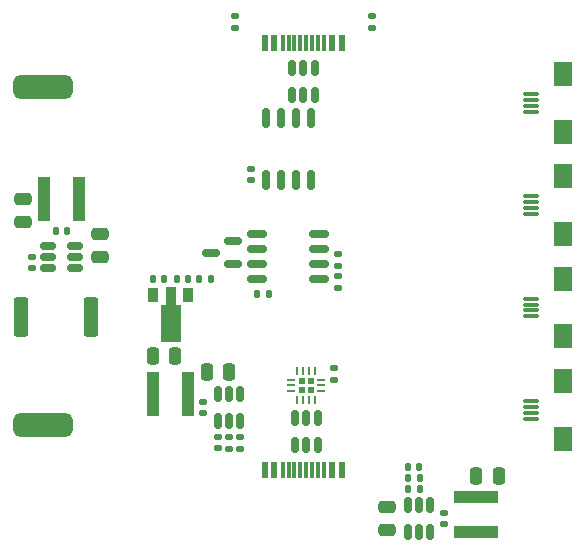
<source format=gtp>
G04 #@! TF.GenerationSoftware,KiCad,Pcbnew,7.0.10*
G04 #@! TF.CreationDate,2024-01-03T21:58:01+01:00*
G04 #@! TF.ProjectId,fosmometer,666f736d-6f6d-4657-9465-722e6b696361,rev?*
G04 #@! TF.SameCoordinates,Original*
G04 #@! TF.FileFunction,Paste,Top*
G04 #@! TF.FilePolarity,Positive*
%FSLAX46Y46*%
G04 Gerber Fmt 4.6, Leading zero omitted, Abs format (unit mm)*
G04 Created by KiCad (PCBNEW 7.0.10) date 2024-01-03 21:58:01*
%MOMM*%
%LPD*%
G01*
G04 APERTURE LIST*
G04 Aperture macros list*
%AMRoundRect*
0 Rectangle with rounded corners*
0 $1 Rounding radius*
0 $2 $3 $4 $5 $6 $7 $8 $9 X,Y pos of 4 corners*
0 Add a 4 corners polygon primitive as box body*
4,1,4,$2,$3,$4,$5,$6,$7,$8,$9,$2,$3,0*
0 Add four circle primitives for the rounded corners*
1,1,$1+$1,$2,$3*
1,1,$1+$1,$4,$5*
1,1,$1+$1,$6,$7*
1,1,$1+$1,$8,$9*
0 Add four rect primitives between the rounded corners*
20,1,$1+$1,$2,$3,$4,$5,0*
20,1,$1+$1,$4,$5,$6,$7,0*
20,1,$1+$1,$6,$7,$8,$9,0*
20,1,$1+$1,$8,$9,$2,$3,0*%
%AMFreePoly0*
4,1,9,3.862500,-0.866500,0.737500,-0.866500,0.737500,-0.450000,-0.737500,-0.450000,-0.737500,0.450000,0.737500,0.450000,0.737500,0.866500,3.862500,0.866500,3.862500,-0.866500,3.862500,-0.866500,$1*%
G04 Aperture macros list end*
%ADD10RoundRect,0.150000X0.587500X0.150000X-0.587500X0.150000X-0.587500X-0.150000X0.587500X-0.150000X0*%
%ADD11RoundRect,0.075000X0.575000X-0.075000X0.575000X0.075000X-0.575000X0.075000X-0.575000X-0.075000X0*%
%ADD12R,1.600000X2.000000*%
%ADD13RoundRect,0.145000X0.145000X0.145000X-0.145000X0.145000X-0.145000X-0.145000X0.145000X-0.145000X0*%
%ADD14RoundRect,0.062500X0.275000X0.062500X-0.275000X0.062500X-0.275000X-0.062500X0.275000X-0.062500X0*%
%ADD15RoundRect,0.062500X0.062500X0.275000X-0.062500X0.275000X-0.062500X-0.275000X0.062500X-0.275000X0*%
%ADD16RoundRect,0.140000X0.170000X-0.140000X0.170000X0.140000X-0.170000X0.140000X-0.170000X-0.140000X0*%
%ADD17RoundRect,0.135000X-0.135000X-0.185000X0.135000X-0.185000X0.135000X0.185000X-0.135000X0.185000X0*%
%ADD18RoundRect,0.250000X-0.250000X-0.475000X0.250000X-0.475000X0.250000X0.475000X-0.250000X0.475000X0*%
%ADD19R,0.600000X1.450000*%
%ADD20R,0.300000X1.450000*%
%ADD21RoundRect,0.135000X-0.185000X0.135000X-0.185000X-0.135000X0.185000X-0.135000X0.185000X0.135000X0*%
%ADD22RoundRect,0.250000X0.250000X0.475000X-0.250000X0.475000X-0.250000X-0.475000X0.250000X-0.475000X0*%
%ADD23R,3.700000X1.100000*%
%ADD24RoundRect,0.150000X0.150000X-0.512500X0.150000X0.512500X-0.150000X0.512500X-0.150000X-0.512500X0*%
%ADD25RoundRect,0.140000X-0.140000X-0.170000X0.140000X-0.170000X0.140000X0.170000X-0.140000X0.170000X0*%
%ADD26R,0.900000X1.300000*%
%ADD27FreePoly0,270.000000*%
%ADD28RoundRect,0.250000X0.475000X-0.250000X0.475000X0.250000X-0.475000X0.250000X-0.475000X-0.250000X0*%
%ADD29RoundRect,0.140000X0.140000X0.170000X-0.140000X0.170000X-0.140000X-0.170000X0.140000X-0.170000X0*%
%ADD30R,1.100000X3.700000*%
%ADD31RoundRect,0.150000X-0.150000X0.675000X-0.150000X-0.675000X0.150000X-0.675000X0.150000X0.675000X0*%
%ADD32RoundRect,0.150000X-0.512500X-0.150000X0.512500X-0.150000X0.512500X0.150000X-0.512500X0.150000X0*%
%ADD33RoundRect,0.250000X-0.475000X0.250000X-0.475000X-0.250000X0.475000X-0.250000X0.475000X0.250000X0*%
%ADD34RoundRect,0.150000X-0.675000X-0.150000X0.675000X-0.150000X0.675000X0.150000X-0.675000X0.150000X0*%
%ADD35RoundRect,0.140000X-0.170000X0.140000X-0.170000X-0.140000X0.170000X-0.140000X0.170000X0.140000X0*%
%ADD36RoundRect,0.135000X0.185000X-0.135000X0.185000X0.135000X-0.185000X0.135000X-0.185000X-0.135000X0*%
%ADD37RoundRect,0.150000X-0.150000X0.512500X-0.150000X-0.512500X0.150000X-0.512500X0.150000X0.512500X0*%
%ADD38RoundRect,0.250000X-0.362500X-1.425000X0.362500X-1.425000X0.362500X1.425000X-0.362500X1.425000X0*%
%ADD39RoundRect,0.135000X0.135000X0.185000X-0.135000X0.185000X-0.135000X-0.185000X0.135000X-0.185000X0*%
%ADD40RoundRect,0.500000X2.000000X-0.500000X2.000000X0.500000X-2.000000X0.500000X-2.000000X-0.500000X0*%
G04 APERTURE END LIST*
D10*
X119047500Y-150635000D03*
X119047500Y-148735000D03*
X117172500Y-149685000D03*
D11*
X144300000Y-146420000D03*
X144300000Y-145920000D03*
X144300000Y-145420000D03*
X144300000Y-144920000D03*
D12*
X146980000Y-148120000D03*
X146980000Y-143220000D03*
D11*
X144300000Y-155080000D03*
X144300000Y-154580000D03*
X144300000Y-154080000D03*
X144300000Y-153580000D03*
D12*
X146980000Y-156780000D03*
X146980000Y-151880000D03*
D11*
X144300000Y-137760000D03*
X144300000Y-137260000D03*
X144300000Y-136760000D03*
X144300000Y-136260000D03*
D12*
X146980000Y-139460000D03*
X146980000Y-134560000D03*
D11*
X144300000Y-163740000D03*
X144300000Y-163240000D03*
X144300000Y-162740000D03*
X144300000Y-162240000D03*
D12*
X146980000Y-165440000D03*
X146980000Y-160540000D03*
D13*
X125610000Y-161290000D03*
X125610000Y-160570000D03*
X124890000Y-161290000D03*
X124890000Y-160570000D03*
D14*
X126512500Y-161430000D03*
X126512500Y-160930000D03*
X126512500Y-160430000D03*
D15*
X126000000Y-159667500D03*
X125500000Y-159667500D03*
X125000000Y-159667500D03*
X124500000Y-159667500D03*
D14*
X123987500Y-160430000D03*
X123987500Y-160930000D03*
X123987500Y-161430000D03*
D15*
X124500000Y-162192500D03*
X125000000Y-162192500D03*
X125500000Y-162192500D03*
X126000000Y-162192500D03*
D16*
X116530000Y-162322500D03*
X116530000Y-163282500D03*
D17*
X116152500Y-151885000D03*
X117172500Y-151885000D03*
D18*
X141550000Y-168557500D03*
X139650000Y-168557500D03*
D19*
X121750000Y-168105000D03*
X122550000Y-168105000D03*
D20*
X123750000Y-168105000D03*
X124750000Y-168105000D03*
X125250000Y-168105000D03*
X126250000Y-168105000D03*
D19*
X127450000Y-168105000D03*
X128250000Y-168105000D03*
X128250000Y-168105000D03*
X127450000Y-168105000D03*
D20*
X126750000Y-168105000D03*
X125750000Y-168105000D03*
X124250000Y-168105000D03*
X123250000Y-168105000D03*
D19*
X122550000Y-168105000D03*
X121750000Y-168105000D03*
D21*
X127900000Y-149830000D03*
X127900000Y-150850000D03*
D22*
X116820000Y-159772500D03*
X118720000Y-159772500D03*
D21*
X119640000Y-166292500D03*
X119640000Y-165272500D03*
D23*
X139650000Y-170337500D03*
X139650000Y-173337500D03*
D16*
X117770000Y-166262500D03*
X117770000Y-165302500D03*
D19*
X128250000Y-131895000D03*
X127450000Y-131895000D03*
D20*
X126250000Y-131895000D03*
X125250000Y-131895000D03*
X124750000Y-131895000D03*
X123750000Y-131895000D03*
D19*
X122550000Y-131895000D03*
X121750000Y-131895000D03*
X121750000Y-131895000D03*
X122550000Y-131895000D03*
D20*
X123250000Y-131895000D03*
X124250000Y-131895000D03*
X125750000Y-131895000D03*
X126750000Y-131895000D03*
D19*
X127450000Y-131895000D03*
X128250000Y-131895000D03*
D24*
X124300000Y-165967500D03*
X125250000Y-165967500D03*
X126200000Y-165967500D03*
X126200000Y-163692500D03*
X125250000Y-163692500D03*
X124300000Y-163692500D03*
D25*
X104985000Y-147877500D03*
X104025000Y-147877500D03*
D26*
X112270000Y-153255000D03*
D27*
X113770000Y-153342500D03*
D26*
X115270000Y-153255000D03*
D28*
X107785000Y-150037500D03*
X107785000Y-148137500D03*
D21*
X119210000Y-129630000D03*
X119210000Y-130650000D03*
D29*
X114310000Y-151895000D03*
X115270000Y-151895000D03*
D30*
X103005000Y-145167500D03*
X106005000Y-145167500D03*
D31*
X125635000Y-138295000D03*
X124365000Y-138295000D03*
X123095000Y-138295000D03*
X121825000Y-138295000D03*
X121825000Y-143545000D03*
X123095000Y-143545000D03*
X124365000Y-143545000D03*
X125635000Y-143545000D03*
D32*
X105642500Y-149087500D03*
X105642500Y-150037500D03*
X105642500Y-150987500D03*
X103367500Y-150987500D03*
X103367500Y-150037500D03*
X103367500Y-149087500D03*
D33*
X101225000Y-145167500D03*
X101225000Y-147067500D03*
D34*
X121105000Y-148095000D03*
X121105000Y-149365000D03*
X121105000Y-150635000D03*
X121105000Y-151905000D03*
X126355000Y-151905000D03*
X126355000Y-150635000D03*
X126355000Y-149365000D03*
X126355000Y-148095000D03*
D35*
X136940000Y-171720000D03*
X136940000Y-172680000D03*
D36*
X118700000Y-165272500D03*
X118700000Y-166292500D03*
D16*
X127560000Y-160430000D03*
X127560000Y-159470000D03*
D18*
X114170000Y-158435000D03*
X112270000Y-158435000D03*
D37*
X135730000Y-173337500D03*
X134780000Y-173337500D03*
X133830000Y-173337500D03*
X133830000Y-171062500D03*
X134780000Y-171062500D03*
X135730000Y-171062500D03*
D38*
X107037500Y-155125000D03*
X101112500Y-155125000D03*
D25*
X112270000Y-151895000D03*
X113230000Y-151895000D03*
D35*
X101995000Y-150027500D03*
X101995000Y-150987500D03*
D16*
X120570000Y-143545000D03*
X120570000Y-142585000D03*
D29*
X133860000Y-167810000D03*
X134820000Y-167810000D03*
D39*
X134850000Y-168740000D03*
X133830000Y-168740000D03*
D21*
X130790000Y-129630000D03*
X130790000Y-130650000D03*
D40*
X103000000Y-164300000D03*
X103000000Y-135700000D03*
D25*
X121105000Y-153160000D03*
X122065000Y-153160000D03*
D28*
X132100000Y-171250000D03*
X132100000Y-173150000D03*
D37*
X125950000Y-134032500D03*
X125000000Y-134032500D03*
X124050000Y-134032500D03*
X124050000Y-136307500D03*
X125000000Y-136307500D03*
X125950000Y-136307500D03*
D30*
X112270000Y-161665000D03*
X115270000Y-161665000D03*
D24*
X117740000Y-161665000D03*
X118690000Y-161665000D03*
X119640000Y-161665000D03*
X119640000Y-163940000D03*
X118690000Y-163940000D03*
X117740000Y-163940000D03*
D36*
X127900000Y-152710000D03*
X127900000Y-151690000D03*
D17*
X134850000Y-169680000D03*
X133830000Y-169680000D03*
M02*

</source>
